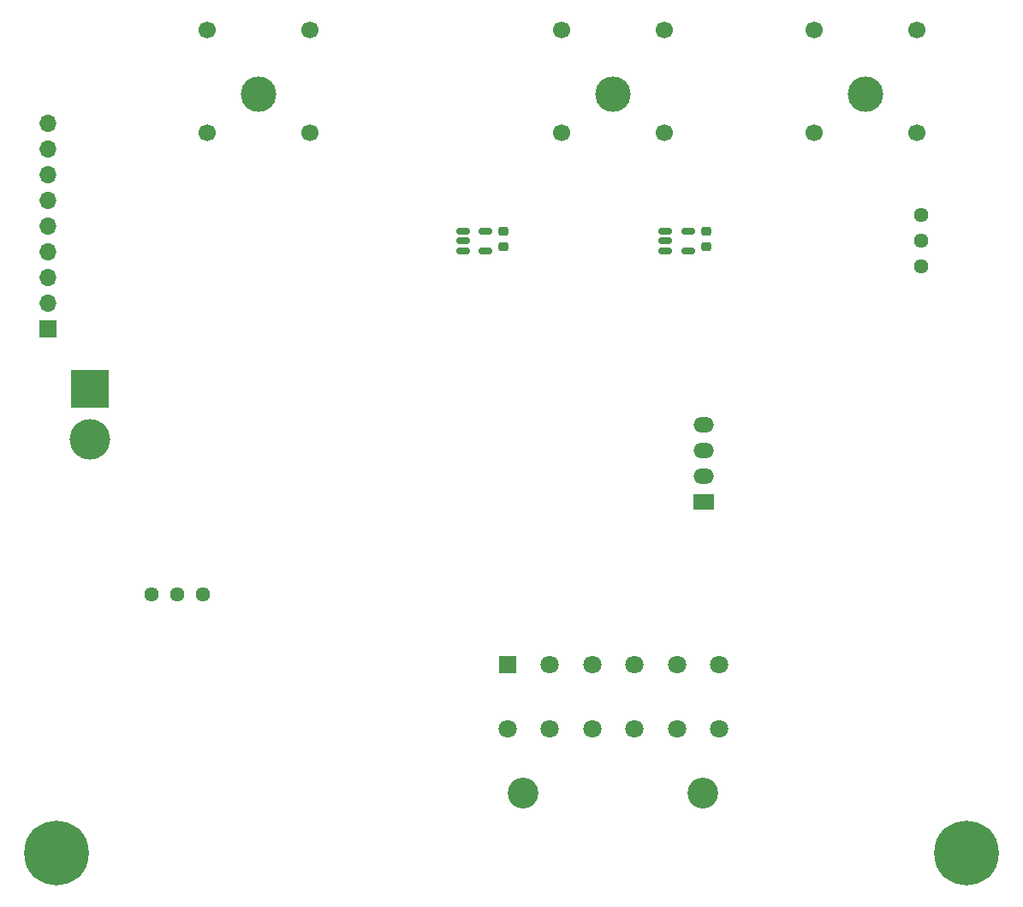
<source format=gbr>
%TF.GenerationSoftware,KiCad,Pcbnew,(7.0.0)*%
%TF.CreationDate,2023-06-27T20:49:36+12:00*%
%TF.ProjectId,VehicleJunctionBoxMotherboard_PCB,56656869-636c-4654-9a75-6e6374696f6e,V1.0*%
%TF.SameCoordinates,Original*%
%TF.FileFunction,Soldermask,Bot*%
%TF.FilePolarity,Negative*%
%FSLAX46Y46*%
G04 Gerber Fmt 4.6, Leading zero omitted, Abs format (unit mm)*
G04 Created by KiCad (PCBNEW (7.0.0)) date 2023-06-27 20:49:36*
%MOMM*%
%LPD*%
G01*
G04 APERTURE LIST*
G04 Aperture macros list*
%AMRoundRect*
0 Rectangle with rounded corners*
0 $1 Rounding radius*
0 $2 $3 $4 $5 $6 $7 $8 $9 X,Y pos of 4 corners*
0 Add a 4 corners polygon primitive as box body*
4,1,4,$2,$3,$4,$5,$6,$7,$8,$9,$2,$3,0*
0 Add four circle primitives for the rounded corners*
1,1,$1+$1,$2,$3*
1,1,$1+$1,$4,$5*
1,1,$1+$1,$6,$7*
1,1,$1+$1,$8,$9*
0 Add four rect primitives between the rounded corners*
20,1,$1+$1,$2,$3,$4,$5,0*
20,1,$1+$1,$4,$5,$6,$7,0*
20,1,$1+$1,$6,$7,$8,$9,0*
20,1,$1+$1,$8,$9,$2,$3,0*%
G04 Aperture macros list end*
%ADD10C,0.800000*%
%ADD11C,6.400000*%
%ADD12R,1.700000X1.700000*%
%ADD13O,1.700000X1.700000*%
%ADD14C,1.700000*%
%ADD15C,3.500000*%
%ADD16C,1.440000*%
%ADD17C,3.040000*%
%ADD18R,1.800000X1.800000*%
%ADD19C,1.800000*%
%ADD20R,3.800000X3.800000*%
%ADD21C,4.000000*%
%ADD22R,2.000000X1.500000*%
%ADD23O,2.000000X1.500000*%
%ADD24RoundRect,0.150000X-0.512500X-0.150000X0.512500X-0.150000X0.512500X0.150000X-0.512500X0.150000X0*%
%ADD25RoundRect,0.225000X0.250000X-0.225000X0.250000X0.225000X-0.250000X0.225000X-0.250000X-0.225000X0*%
G04 APERTURE END LIST*
D10*
%TO.C,H4*%
X117600000Y-120000000D03*
X118302944Y-118302944D03*
X118302944Y-121697056D03*
X120000000Y-117600000D03*
D11*
X120000000Y-120000000D03*
D10*
X120000000Y-122400000D03*
X121697056Y-118302944D03*
X121697056Y-121697056D03*
X122400000Y-120000000D03*
%TD*%
D12*
%TO.C,J9*%
X29099999Y-68159999D03*
D13*
X29099999Y-65619999D03*
X29099999Y-63079999D03*
X29099999Y-60539999D03*
X29099999Y-57999999D03*
X29099999Y-55459999D03*
X29099999Y-52919999D03*
X29099999Y-50379999D03*
X29099999Y-47839999D03*
%TD*%
D14*
%TO.C,J4*%
X90080000Y-38640000D03*
X79920000Y-38640000D03*
X90080000Y-48800000D03*
X79920000Y-48800000D03*
D15*
X85000000Y-45000000D03*
%TD*%
D16*
%TO.C,RV2*%
X44450000Y-94400000D03*
X41910000Y-94400000D03*
X39370000Y-94400000D03*
%TD*%
D17*
%TO.C,J2*%
X76160000Y-114040000D03*
X93940000Y-114040000D03*
D18*
X74569999Y-101339999D03*
D19*
X78760000Y-101340000D03*
X82950000Y-101340000D03*
X87150000Y-101340000D03*
X91340000Y-101340000D03*
X95530000Y-101340000D03*
X95530000Y-107690000D03*
X91340000Y-107690000D03*
X87150000Y-107690000D03*
X82950000Y-107690000D03*
X78760000Y-107690000D03*
X74570000Y-107690000D03*
%TD*%
D14*
%TO.C,J7*%
X55080000Y-38640000D03*
X44920000Y-38640000D03*
X55080000Y-48800000D03*
X44920000Y-48800000D03*
D15*
X50000000Y-45000000D03*
%TD*%
D16*
%TO.C,RV1*%
X115500000Y-62040000D03*
X115500000Y-59500000D03*
X115500000Y-56960000D03*
%TD*%
D20*
%TO.C,J1*%
X33299999Y-74099999D03*
D21*
X33300000Y-79100000D03*
%TD*%
D14*
%TO.C,J3*%
X115080000Y-38640000D03*
X104920000Y-38640000D03*
X115080000Y-48800000D03*
X104920000Y-48800000D03*
D15*
X110000000Y-45000000D03*
%TD*%
D22*
%TO.C,U4*%
X93999999Y-85262499D03*
D23*
X93999999Y-82722499D03*
X93999999Y-80182499D03*
X93999999Y-77642499D03*
%TD*%
D10*
%TO.C,H3*%
X27600000Y-120000000D03*
X28302944Y-118302944D03*
X28302944Y-121697056D03*
X30000000Y-117600000D03*
D11*
X30000000Y-120000000D03*
D10*
X30000000Y-122400000D03*
X31697056Y-118302944D03*
X31697056Y-121697056D03*
X32400000Y-120000000D03*
%TD*%
D24*
%TO.C,U3*%
X90162500Y-60450000D03*
X90162500Y-59500000D03*
X90162500Y-58550000D03*
X92437500Y-58550000D03*
X92437500Y-60450000D03*
%TD*%
D25*
%TO.C,C26*%
X94200000Y-60075000D03*
X94200000Y-58525000D03*
%TD*%
%TO.C,C23*%
X74200000Y-60075000D03*
X74200000Y-58525000D03*
%TD*%
D24*
%TO.C,U5*%
X70162500Y-60450000D03*
X70162500Y-59500000D03*
X70162500Y-58550000D03*
X72437500Y-58550000D03*
X72437500Y-60450000D03*
%TD*%
M02*

</source>
